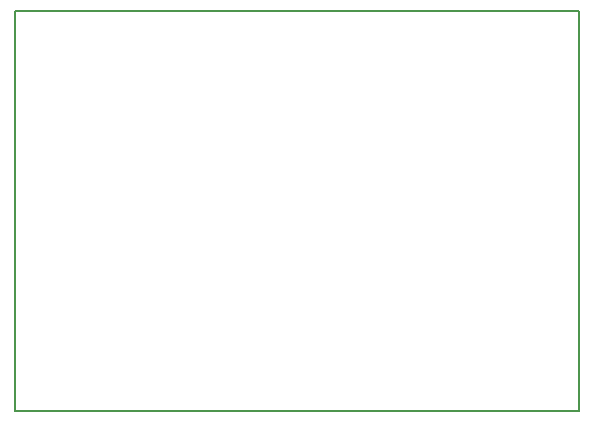
<source format=gm1>
G04 MADE WITH FRITZING*
G04 WWW.FRITZING.ORG*
G04 DOUBLE SIDED*
G04 HOLES PLATED*
G04 CONTOUR ON CENTER OF CONTOUR VECTOR*
%ASAXBY*%
%FSLAX23Y23*%
%MOIN*%
%OFA0B0*%
%SFA1.0B1.0*%
%ADD10R,1.886540X1.338580*%
%ADD11C,0.008000*%
%ADD10C,0.008*%
%LNCONTOUR*%
G90*
G70*
G54D10*
G54D11*
X4Y1335D02*
X1883Y1335D01*
X1883Y4D01*
X4Y4D01*
X4Y1335D01*
D02*
G04 End of contour*
M02*
</source>
